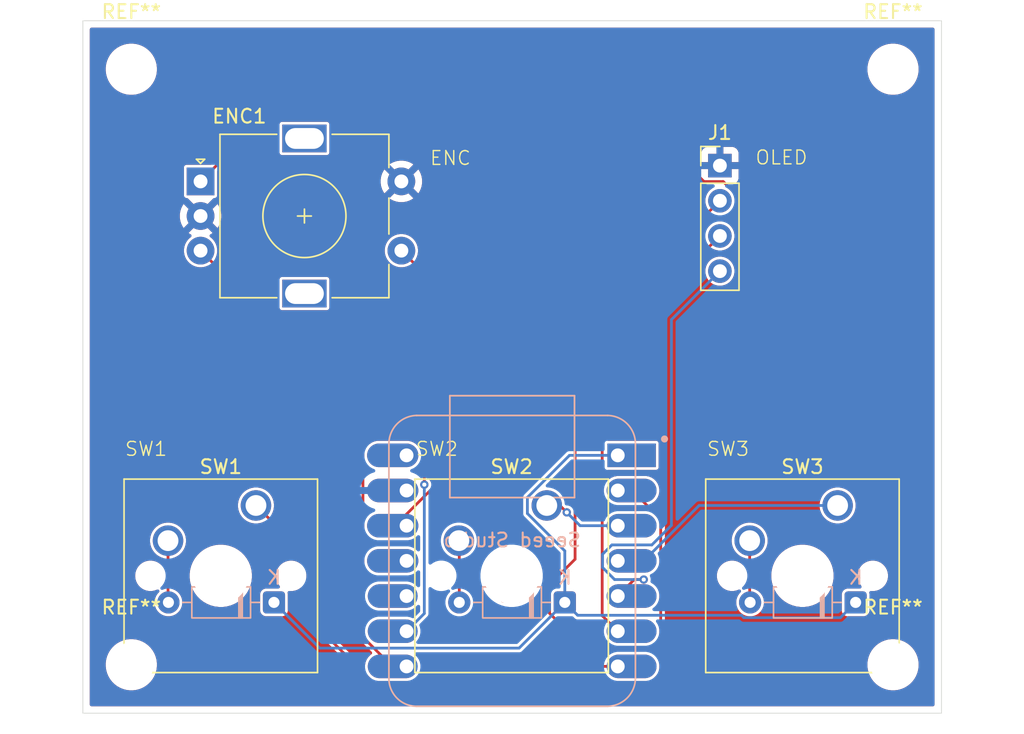
<source format=kicad_pcb>
(kicad_pcb (version 20241229) (generator "pcbnew") (generator_version "9.0")
  (layers (0 "F.Cu" signal) (2 "B.Cu" signal) (13 "F.Paste" user) (15 "B.Paste" user) (5 "F.SilkS" user "F.Silkscreen") (7 "B.SilkS" user "B.Silkscreen") (1 "F.Mask" user) (3 "B.Mask" user) (25 "Edge.Cuts" user))
  (net 0 "")
  (net 1 "Net-(D1-K)")
  (net 2 "Net-(D1-A)")
  (net 3 "Net-(D2-A)")
  (net 4 "Net-(D3-A)")
  (net 5 "Net-(U1-PB08_A6_D6_TX)")
  (net 6 "GND")
  (net 7 "Net-(U1-PB09_A7_D7_RX)")
  (net 8 "Net-(U1-PA7_A8_D8_SCK)")
  (net 9 "+3.3V")
  (net 10 "Net-(J1-Pin_4)")
  (net 11 "Net-(J1-Pin_3)")
  (net 12 "Net-(U1-PA4_A1_D1)")
  (net 13 "Net-(U1-PA10_A2_D2)")
  (net 14 "Net-(U1-PA11_A3_D3)")
  (footprint "MountingHole:MountingHole_3.2mm_M3" (layer "F.Cu") (at 58.5 46.5)
    (property "Reference" "REF**" (at 0 -4.15 0) (layer "F.SilkS"))
    (property "Value" "MountingHole_3.2mm_M3")
    (pad "" np_thru_hole circle (at 0 0) (size 3.2 3.2) (drill 3.2) (layers "*.Cu" "*.Mask"))
  )
  (footprint "Rotary_Encoder:RotaryEncoder_Alps_EC11E-Switch_Vertical_H20mm" (layer "F.Cu") (at 8.5 11.6)
    (property "Reference" "ENC1" (at 2.8 -4.7 0) (layer "F.SilkS"))
    (property "Value" "RotaryEncoder_Switch")
    (fp_line (start -0.3 -1.6) (end 0.3 -1.6) (stroke (width 0.12)) (layer "F.SilkS"))
    (fp_line (start 0 -1.3) (end -0.3 -1.6) (stroke (width 0.12)) (layer "F.SilkS"))
    (fp_line (start 0.3 -1.6) (end 0 -1.3) (stroke (width 0.12)) (layer "F.SilkS"))
    (fp_line (start 1.4 -3.4) (end 1.4 8.4) (stroke (width 0.12)) (layer "F.SilkS"))
    (fp_line (start 5.5 -3.4) (end 1.4 -3.4) (stroke (width 0.12)) (layer "F.SilkS"))
    (fp_line (start 5.5 8.4) (end 1.4 8.4) (stroke (width 0.12)) (layer "F.SilkS"))
    (fp_line (start 7 2.5) (end 8 2.5) (stroke (width 0.12)) (layer "F.SilkS"))
    (fp_line (start 7.5 2) (end 7.5 3) (stroke (width 0.12)) (layer "F.SilkS"))
    (fp_line (start 9.5 -3.4) (end 13.6 -3.4) (stroke (width 0.12)) (layer "F.SilkS"))
    (fp_line (start 13.6 -3.4) (end 13.6 -1) (stroke (width 0.12)) (layer "F.SilkS"))
    (fp_line (start 13.6 1.2) (end 13.6 3.8) (stroke (width 0.12)) (layer "F.SilkS"))
    (fp_line (start 13.6 6) (end 13.6 8.4) (stroke (width 0.12)) (layer "F.SilkS"))
    (fp_line (start 13.6 8.4) (end 9.5 8.4) (stroke (width 0.12)) (layer "F.SilkS"))
    (fp_circle (center 7.5 2.5) (end 10.5 2.5) (stroke (width 0.12)) (fill no) (layer "F.SilkS"))
    (pad "A" thru_hole rect (at 0 0) (size 2 2) (drill 1) (layers "*.Cu" "*.Mask") (net 5 "Net-(U1-PB08_A6_D6_TX)"))
    (pad "B" thru_hole circle (at 0 5) (size 2 2) (drill 1) (layers "*.Cu" "*.Mask") (net 7 "Net-(U1-PB09_A7_D7_RX)"))
    (pad "C" thru_hole circle (at 0 2.5) (size 2 2) (drill 1) (layers "*.Cu" "*.Mask") (net 6 "GND"))
    (pad "MP" thru_hole rect (at 7.5 -3.1) (size 3.2 2) (drill oval 2.8 1.5) (layers "*.Cu" "*.Mask"))
    (pad "MP" thru_hole rect (at 7.5 8.1) (size 3.2 2) (drill oval 2.8 1.5) (layers "*.Cu" "*.Mask"))
    (pad "S1" thru_hole circle (at 14.5 5) (size 2 2) (drill 1) (layers "*.Cu" "*.Mask") (net 8 "Net-(U1-PA7_A8_D8_SCK)"))
    (pad "S2" thru_hole circle (at 14.5 0) (size 2 2) (drill 1) (layers "*.Cu" "*.Mask") (net 6 "GND"))
  )
  (footprint "Button_Switch_Keyboard:SW_Cherry_MX_1.00u_PCB" (layer "F.Cu") (at 54.5 35)
    (property "Reference" "SW3" (at -2.54 -2.794 0) (layer "F.SilkS"))
    (property "Value" "SW_Push")
    (fp_line (start -9.525 -1.905) (end 4.445 -1.905) (stroke (width 0.12)) (layer "F.SilkS"))
    (fp_line (start -9.525 12.065) (end -9.525 -1.905) (stroke (width 0.12)) (layer "F.SilkS"))
    (fp_line (start 4.445 -1.905) (end 4.445 12.065) (stroke (width 0.12)) (layer "F.SilkS"))
    (fp_line (start 4.445 12.065) (end -9.525 12.065) (stroke (width 0.12)) (layer "F.SilkS"))
    (pad "" np_thru_hole circle (at -7.62 5.08) (size 1.7 1.7) (drill 1.7) (layers "*.Cu" "*.Mask"))
    (pad "" np_thru_hole circle (at -2.54 5.08) (size 4 4) (drill 4) (layers "*.Cu" "*.Mask"))
    (pad "" np_thru_hole circle (at 2.54 5.08) (size 1.7 1.7) (drill 1.7) (layers "*.Cu" "*.Mask"))
    (pad "1" thru_hole circle (at 0 0) (size 2.2 2.2) (drill 1.5) (layers "*.Cu" "*.Mask") (net 14 "Net-(U1-PA11_A3_D3)"))
    (pad "2" thru_hole circle (at -6.35 2.54) (size 2.2 2.2) (drill 1.5) (layers "*.Cu" "*.Mask") (net 4 "Net-(D3-A)"))
  )
  (footprint "Button_Switch_Keyboard:SW_Cherry_MX_1.00u_PCB" (layer "F.Cu") (at 12.5 35)
    (property "Reference" "SW1" (at -2.54 -2.794 0) (layer "F.SilkS"))
    (property "Value" "SW_Push")
    (fp_line (start -9.525 -1.905) (end 4.445 -1.905) (stroke (width 0.12)) (layer "F.SilkS"))
    (fp_line (start -9.525 12.065) (end -9.525 -1.905) (stroke (width 0.12)) (layer "F.SilkS"))
    (fp_line (start 4.445 -1.905) (end 4.445 12.065) (stroke (width 0.12)) (layer "F.SilkS"))
    (fp_line (start 4.445 12.065) (end -9.525 12.065) (stroke (width 0.12)) (layer "F.SilkS"))
    (pad "" np_thru_hole circle (at -7.62 5.08) (size 1.7 1.7) (drill 1.7) (layers "*.Cu" "*.Mask"))
    (pad "" np_thru_hole circle (at -2.54 5.08) (size 4 4) (drill 4) (layers "*.Cu" "*.Mask"))
    (pad "" np_thru_hole circle (at 2.54 5.08) (size 1.7 1.7) (drill 1.7) (layers "*.Cu" "*.Mask"))
    (pad "1" thru_hole circle (at 0 0) (size 2.2 2.2) (drill 1.5) (layers "*.Cu" "*.Mask") (net 12 "Net-(U1-PA4_A1_D1)"))
    (pad "2" thru_hole circle (at -6.35 2.54) (size 2.2 2.2) (drill 1.5) (layers "*.Cu" "*.Mask") (net 2 "Net-(D1-A)"))
  )
  (footprint "MountingHole:MountingHole_3.2mm_M3" (layer "F.Cu") (at 58.5 3.5)
    (property "Reference" "REF**" (at 0 -4.15 0) (layer "F.SilkS"))
    (property "Value" "MountingHole_3.2mm_M3")
    (pad "" np_thru_hole circle (at 0 0) (size 3.2 3.2) (drill 3.2) (layers "*.Cu" "*.Mask"))
  )
  (footprint "Button_Switch_Keyboard:SW_Cherry_MX_1.00u_PCB" (layer "F.Cu") (at 33.5 35)
    (property "Reference" "SW2" (at -2.54 -2.794 0) (layer "F.SilkS"))
    (property "Value" "SW_Push")
    (fp_line (start -9.525 -1.905) (end 4.445 -1.905) (stroke (width 0.12)) (layer "F.SilkS"))
    (fp_line (start -9.525 12.065) (end -9.525 -1.905) (stroke (width 0.12)) (layer "F.SilkS"))
    (fp_line (start 4.445 -1.905) (end 4.445 12.065) (stroke (width 0.12)) (layer "F.SilkS"))
    (fp_line (start 4.445 12.065) (end -9.525 12.065) (stroke (width 0.12)) (layer "F.SilkS"))
    (pad "" np_thru_hole circle (at -7.62 5.08) (size 1.7 1.7) (drill 1.7) (layers "*.Cu" "*.Mask"))
    (pad "" np_thru_hole circle (at -2.54 5.08) (size 4 4) (drill 4) (layers "*.Cu" "*.Mask"))
    (pad "" np_thru_hole circle (at 2.54 5.08) (size 1.7 1.7) (drill 1.7) (layers "*.Cu" "*.Mask"))
    (pad "1" thru_hole circle (at 0 0) (size 2.2 2.2) (drill 1.5) (layers "*.Cu" "*.Mask") (net 13 "Net-(U1-PA10_A2_D2)"))
    (pad "2" thru_hole circle (at -6.35 2.54) (size 2.2 2.2) (drill 1.5) (layers "*.Cu" "*.Mask") (net 3 "Net-(D2-A)"))
  )
  (footprint "Connector_PinHeader_2.54mm:PinHeader_1x04_P2.54mm_Vertical" (layer "F.Cu") (at 46 10.46)
    (property "Reference" "J1" (at 0 -2.38 0) (layer "F.SilkS"))
    (property "Value" "Conn_01x04")
    (fp_line (start -1.38 -1.38) (end 0 -1.38) (stroke (width 0.12)) (layer "F.SilkS"))
    (fp_line (start -1.38 0) (end -1.38 -1.38) (stroke (width 0.12)) (layer "F.SilkS"))
    (fp_line (start -1.38 1.27) (end -1.38 9) (stroke (width 0.12)) (layer "F.SilkS"))
    (fp_line (start -1.38 1.27) (end 1.38 1.27) (stroke (width 0.12)) (layer "F.SilkS"))
    (fp_line (start -1.38 9) (end 1.38 9) (stroke (width 0.12)) (layer "F.SilkS"))
    (fp_line (start 1.38 1.27) (end 1.38 9) (stroke (width 0.12)) (layer "F.SilkS"))
    (pad "1" thru_hole rect (at 0 0) (size 1.7 1.7) (drill 1) (layers "*.Cu" "*.Mask") (net 6 "GND"))
    (pad "2" thru_hole circle (at 0 2.54) (size 1.7 1.7) (drill 1) (layers "*.Cu" "*.Mask") (net 9 "+3.3V"))
    (pad "3" thru_hole circle (at 0 5.08) (size 1.7 1.7) (drill 1) (layers "*.Cu" "*.Mask") (net 11 "Net-(J1-Pin_3)"))
    (pad "4" thru_hole circle (at 0 7.62) (size 1.7 1.7) (drill 1) (layers "*.Cu" "*.Mask") (net 10 "Net-(J1-Pin_4)"))
  )
  (footprint "MountingHole:MountingHole_3.2mm_M3" (layer "F.Cu") (at 3.5 46.5)
    (property "Reference" "REF**" (at 0 -4.15 0) (layer "F.SilkS"))
    (property "Value" "MountingHole_3.2mm_M3")
    (pad "" np_thru_hole circle (at 0 0) (size 3.2 3.2) (drill 3.2) (layers "*.Cu" "*.Mask"))
  )
  (footprint "MountingHole:MountingHole_3.2mm_M3" (layer "F.Cu") (at 3.5 3.5)
    (property "Reference" "REF**" (at 0 -4.15 0) (layer "F.SilkS"))
    (property "Value" "MountingHole_3.2mm_M3")
    (pad "" np_thru_hole circle (at 0 0) (size 3.2 3.2) (drill 3.2) (layers "*.Cu" "*.Mask"))
  )
  (footprint "Diode_THT:D_DO-35_SOD27_P7.62mm_Horizontal" (layer "B.Cu") (at 13.8 42 180)
    (property "Reference" "D1" (at 3.81 2.12 0) (layer "B.SilkS") (effects (justify mirror)))
    (property "Value" "D")
    (fp_line (start 6.58 0) (end 5.93 0) (stroke (width 0.12)) (layer "B.SilkS"))
    (fp_line (start 2.53 1.12) (end 2.53 -1.12) (stroke (width 0.12)) (layer "B.SilkS"))
    (fp_line (start 2.41 1.12) (end 2.41 -1.12) (stroke (width 0.12)) (layer "B.SilkS"))
    (fp_line (start 2.29 1.12) (end 2.29 -1.12) (stroke (width 0.12)) (layer "B.SilkS"))
    (fp_line (start 1.04 0) (end 1.69 0) (stroke (width 0.12)) (layer "B.SilkS"))
    (fp_rect (start 1.69 1.12) (end 5.93 -1.12) (stroke (width 0.12)) (fill no) (layer "B.SilkS"))
    (fp_text user "K" (at 0 1.8 0) (layer "B.SilkS") (effects (justify mirror)))
    (pad "1" thru_hole roundrect (at 0 0 180) (size 1.6 1.6) (drill 0.8) (layers "*.Cu" "*.Mask") (roundrect_rratio 0.15625) (net 1 "Net-(D1-K)"))
    (pad "2" thru_hole circle (at 7.62 0 180) (size 1.6 1.6) (drill 0.8) (layers "*.Cu" "*.Mask") (net 2 "Net-(D1-A)"))
  )
  (footprint "Diode_THT:D_DO-35_SOD27_P7.62mm_Horizontal" (layer "B.Cu") (at 55.8 42 180)
    (property "Reference" "D3" (at 3.81 2.12 0) (layer "B.SilkS") (effects (justify mirror)))
    (property "Value" "D")
    (fp_line (start 6.58 0) (end 5.93 0) (stroke (width 0.12)) (layer "B.SilkS"))
    (fp_line (start 2.53 1.12) (end 2.53 -1.12) (stroke (width 0.12)) (layer "B.SilkS"))
    (fp_line (start 2.41 1.12) (end 2.41 -1.12) (stroke (width 0.12)) (layer "B.SilkS"))
    (fp_line (start 2.29 1.12) (end 2.29 -1.12) (stroke (width 0.12)) (layer "B.SilkS"))
    (fp_line (start 1.04 0) (end 1.69 0) (stroke (width 0.12)) (layer "B.SilkS"))
    (fp_rect (start 1.69 1.12) (end 5.93 -1.12) (stroke (width 0.12)) (fill no) (layer "B.SilkS"))
    (fp_text user "K" (at 0 1.8 0) (layer "B.SilkS") (effects (justify mirror)))
    (pad "1" thru_hole roundrect (at 0 0 180) (size 1.6 1.6) (drill 0.8) (layers "*.Cu" "*.Mask") (roundrect_rratio 0.15625) (net 1 "Net-(D1-K)"))
    (pad "2" thru_hole circle (at 7.62 0 180) (size 1.6 1.6) (drill 0.8) (layers "*.Cu" "*.Mask") (net 4 "Net-(D3-A)"))
  )
  (footprint "footprints:XIAO-Generic-Hybrid-14P-2.54-21X17.8MM" (layer "B.Cu") (at 31 39 180)
    (property "Reference" "U1" (at 0 -2.54 0) (layer "B.SilkS") (effects (font (size 0.889 0.889) (thickness 0.1016)) (justify mirror)))
    (property "Value" "MOUDLE-SEEEDUINO-XIAO" (hide yes))
    (fp_line (start 8.9 -8.5) (end 8.9 8.5) (stroke (width 0.127)) (layer "B.SilkS"))
    (fp_line (start 6.9 10.49909) (end -6.9 10.49909) (stroke (width 0.127)) (layer "B.SilkS"))
    (fp_line (start 4.5 11.92403) (end 4.5 4.57073) (stroke (width 0.127)) (layer "B.SilkS"))
    (fp_line (start 4.5 4.57073) (end -4.5 4.57073) (stroke (width 0.127)) (layer "B.SilkS"))
    (fp_line (start -4.5 11.92403) (end 4.5 11.92403) (stroke (width 0.127)) (layer "B.SilkS"))
    (fp_line (start -4.5 4.57073) (end -4.5 11.92403) (stroke (width 0.127)) (layer "B.SilkS"))
    (fp_line (start -6.9 -10.5) (end 6.9 -10.5) (stroke (width 0.127)) (layer "B.SilkS"))
    (fp_line (start -8.9 8.5) (end -8.9 -8.5) (stroke (width 0.127)) (layer "B.SilkS"))
    (fp_arc (start 8.9 8.5) (mid 8.301492 9.901492) (end 6.9 10.5) (stroke (width 0.12)) (layer "B.SilkS"))
    (fp_arc (start 6.9 -10.5) (mid 8.314214 -9.914214) (end 8.9 -8.5) (stroke (width 0.12)) (layer "B.SilkS"))
    (fp_arc (start -6.9 10.5) (mid -8.301491 9.901491) (end -8.9 8.5) (stroke (width 0.12)) (layer "B.SilkS"))
    (fp_arc (start -8.9 -8.5) (mid -8.301423 -9.901423) (end -6.9 -10.5) (stroke (width 0.12)) (layer "B.SilkS"))
    (fp_circle (center -11 8.8) (end -11 9.054) (fill yes) (layer "B.SilkS"))
    (fp_poly (pts (xy -8.887715 8.561705) (xy -8.884667 8.610473) (xy -8.880603 8.659494)) (stroke (width 0.0254)) (fill no) (layer "B.SilkS"))
    (fp_poly (pts (xy 8.889492 -8.521574) (xy 8.887713 -8.57085) (xy 8.884665 -8.619618) (xy 8.880601 -8.668639) (xy 8.875268 -8.717407) (xy 8.868664 -8.766175) (xy 8.861044 -8.81469) (xy 8.852153 -8.86295) (xy 8.842248 -8.910955)) (stroke (width 0.0254)) (fill no) (layer "B.SilkS"))
    (fp_text user "XIAO" (at 0 -0.5 0) (layer "B.SilkS") (effects (justify mirror)))
    (fp_text user "Seeed Studio" (at 0 1.5 0) (layer "B.SilkS") (effects (justify mirror)))
    (pad "1" thru_hole rect (at -7.625 7.62 180) (size 3.5 1.7) (drill 1 (offset -1 0)) (layers "*.Cu" "*.Mask") (net 1 "Net-(D1-K)"))
    (pad "2" thru_hole oval (at -7.625 5.08 180) (size 3.6 1.7) (drill 1 (offset -1 0)) (layers "*.Cu" "*.Mask") (net 12 "Net-(U1-PA4_A1_D1)"))
    (pad "3" thru_hole oval (at -7.625 2.54 180) (size 3.6 1.7) (drill 1 (offset -1 0)) (layers "*.Cu" "*.Mask") (net 13 "Net-(U1-PA10_A2_D2)"))
    (pad "4" thru_hole oval (at -7.625 0 180) (size 3.6 1.7) (drill 1 (offset -1 0)) (layers "*.Cu" "*.Mask") (net 14 "Net-(U1-PA11_A3_D3)"))
    (pad "5" thru_hole oval (at -7.625 -2.54 180) (size 3.6 1.7) (drill 1 (offset -1 0)) (layers "*.Cu" "*.Mask") (net 10 "Net-(J1-Pin_4)"))
    (pad "6" thru_hole oval (at -7.625 -5.08) (size 3.6 1.7) (drill 1 (offset 1 0)) (layers "*.Cu" "*.Mask") (net 11 "Net-(J1-Pin_3)"))
    (pad "7" thru_hole oval (at -7.625 -7.62 180) (size 3.6 1.7) (drill 1 (offset -1 0)) (layers "*.Cu" "*.Mask") (net 5 "Net-(U1-PB08_A6_D6_TX)"))
    (pad "8" thru_hole oval (at 7.625 -7.62 180) (size 3.6 1.7) (drill 1 (offset 1 0)) (layers "*.Cu" "*.Mask") (net 7 "Net-(U1-PB09_A7_D7_RX)"))
    (pad "9" thru_hole oval (at 7.625 -5.08 180) (size 3.6 1.7) (drill 1 (offset 1 0)) (layers "*.Cu" "*.Mask") (net 8 "Net-(U1-PA7_A8_D8_SCK)"))
    (pad "10" thru_hole oval (at 7.625 -2.54 180) (size 3.6 1.7) (drill 1 (offset 1 0)) (layers "*.Cu" "*.Mask"))
    (pad "11" thru_hole oval (at 7.625 0 180) (size 3.7 1.7) (drill 1 (offset 1 0)) (layers "*.Cu" "*.Mask"))
    (pad "12" thru_hole oval (at 7.625 2.54 180) (size 3.7 1.7) (drill 1 (offset 1 0)) (layers "*.Cu" "*.Mask") (net 9 "+3.3V"))
    (pad "13" thru_hole oval (at 7.625 5.08 180) (size 3.7 1.7) (drill 1 (offset 1 0)) (layers "*.Cu" "*.Mask") (net 6 "GND"))
    (pad "14" thru_hole oval (at 7.625 7.62 180) (size 3.7 1.7) (drill 1 (offset 1 0)) (layers "*.Cu" "*.Mask"))
  )
  (footprint "Diode_THT:D_DO-35_SOD27_P7.62mm_Horizontal" (layer "B.Cu") (at 34.8 42 180)
    (property "Reference" "D2" (at 3.81 2.12 0) (layer "B.SilkS") (effects (justify mirror)))
    (property "Value" "D")
    (fp_line (start 6.58 0) (end 5.93 0) (stroke (width 0.12)) (layer "B.SilkS"))
    (fp_line (start 2.53 1.12) (end 2.53 -1.12) (stroke (width 0.12)) (layer "B.SilkS"))
    (fp_line (start 2.41 1.12) (end 2.41 -1.12) (stroke (width 0.12)) (layer "B.SilkS"))
    (fp_line (start 2.29 1.12) (end 2.29 -1.12) (stroke (width 0.12)) (layer "B.SilkS"))
    (fp_line (start 1.04 0) (end 1.69 0) (stroke (width 0.12)) (layer "B.SilkS"))
    (fp_rect (start 1.69 1.12) (end 5.93 -1.12) (stroke (width 0.12)) (fill no) (layer "B.SilkS"))
    (fp_text user "K" (at 0 1.8 0) (layer "B.SilkS") (effects (justify mirror)))
    (pad "1" thru_hole roundrect (at 0 0 180) (size 1.6 1.6) (drill 0.8) (layers "*.Cu" "*.Mask") (roundrect_rratio 0.15625) (net 1 "Net-(D1-K)"))
    (pad "2" thru_hole circle (at 7.62 0 180) (size 1.6 1.6) (drill 0.8) (layers "*.Cu" "*.Mask") (net 3 "Net-(D2-A)"))
  )
  (gr_rect (start 0 0) (end 62 50) (stroke (width 0.05)) (fill no) (layer "Edge.Cuts"))
  (gr_text "SW3" (at 45 31.5 0) (layer "F.SilkS") (effects (font (size 1 1) (thickness 0.1)) (justify left bottom)))
  (gr_text "OLED" (at 48.5 10.46 0) (layer "F.SilkS") (effects (font (size 1 1) (thickness 0.1)) (justify left bottom)))
  (gr_text "ENC" (at 25 10.5 0) (layer "F.SilkS") (effects (font (size 1 1) (thickness 0.1)) (justify left bottom)))
  (gr_text "SW1" (at 2.975 31.5 0) (layer "F.SilkS") (effects (font (size 1 1) (thickness 0.1)) (justify left bottom)))
  (gr_text "SW2" (at 23.975 31.5 0) (layer "F.SilkS") (effects (font (size 1 1) (thickness 0.1)) (justify left bottom)))
  (segment (start 13.8 42) (end 17.1 45.3) (width 0.2) (layer "B.Cu") (net 1))
  (segment (start 34.8 38.281314) (end 32.099 35.580314) (width 0.2) (layer "B.Cu") (net 1))
  (segment (start 34.8 42) (end 35.729 42.929) (width 0.2) (layer "B.Cu") (net 1))
  (segment (start 35.138686 31.38) (end 38.625 31.38) (width 0.2) (layer "B.Cu") (net 1))
  (segment (start 47.72395 43.101) (end 54.699 43.101) (width 0.2) (layer "B.Cu") (net 1))
  (segment (start 35.729 42.929) (end 47.55195 42.929) (width 0.2) (layer "B.Cu") (net 1))
  (segment (start 32.099 35.580314) (end 32.099 34.419686) (width 0.2) (layer "B.Cu") (net 1))
  (segment (start 34.8 42) (end 34.8 38.281314) (width 0.2) (layer "B.Cu") (net 1))
  (segment (start 17.1 45.3) (end 31.5 45.3) (width 0.2) (layer "B.Cu") (net 1))
  (segment (start 54.699 43.101) (end 55.8 42) (width 0.2) (layer "B.Cu") (net 1))
  (segment (start 47.55195 42.929) (end 47.72395 43.101) (width 0.2) (layer "B.Cu") (net 1))
  (segment (start 32.099 34.419686) (end 35.138686 31.38) (width 0.2) (layer "B.Cu") (net 1))
  (segment (start 31.5 45.3) (end 34.8 42) (width 0.2) (layer "B.Cu") (net 1))
  (segment (start 6.15 41.97) (end 6.18 42) (width 0.2) (layer "F.Cu") (net 2))
  (segment (start 6.15 37.54) (end 6.15 41.97) (width 0.2) (layer "F.Cu") (net 2))
  (segment (start 27.15 37.54) (end 27.18 37.57) (width 0.2) (layer "F.Cu") (net 3))
  (segment (start 27.18 37.57) (end 27.18 42) (width 0.2) (layer "F.Cu") (net 3))
  (segment (start 48.15 37.54) (end 48.15 41.97) (width 0.2) (layer "F.Cu") (net 4))
  (segment (start 48.15 41.97) (end 48.18 42) (width 0.2) (layer "F.Cu") (net 4))
  (segment (start 8.5 11.6) (end 14.649 5.451) (width 0.2) (layer "F.Cu") (net 5))
  (segment (start 35.54253 38.879) (end 33.699 40.72253) (width 0.2) (layer "F.Cu") (net 5))
  (segment (start 44.849 11.611) (end 46.23876 11.611) (width 0.2) (layer "F.Cu") (net 5))
  (segment (start 37.53384 46.62) (end 38.625 46.62) (width 0.2) (layer "F.Cu") (net 5))
  (segment (start 38.689 5.451) (end 44.849 11.611) (width 0.2) (layer "F.Cu") (net 5))
  (segment (start 45.52324 14.389) (end 35.54253 24.36971) (width 0.2) (layer "F.Cu") (net 5))
  (segment (start 47.151 13.71476) (end 46.47676 14.389) (width 0.2) (layer "F.Cu") (net 5))
  (segment (start 35.54253 24.36971) (end 35.54253 38.879) (width 0.2) (layer "F.Cu") (net 5))
  (segment (start 14.649 5.451) (end 38.689 5.451) (width 0.2) (layer "F.Cu") (net 5))
  (segment (start 46.23876 11.611) (end 47.151 12.52324) (width 0.2) (layer "F.Cu") (net 5))
  (segment (start 33.699 42.78516) (end 37.53384 46.62) (width 0.2) (layer "F.Cu") (net 5))
  (segment (start 46.47676 14.389) (end 45.52324 14.389) (width 0.2) (layer "F.Cu") (net 5))
  (segment (start 47.151 12.52324) (end 47.151 13.71476) (width 0.2) (layer "F.Cu") (net 5))
  (segment (start 33.699 40.72253) (end 33.699 42.78516) (width 0.2) (layer "F.Cu") (net 5))
  (segment (start 22.33724 46.62) (end 23.375 46.62) (width 0.2) (layer "F.Cu") (net 7))
  (segment (start 8.5 16.6) (end 20.224 28.324) (width 0.2) (layer "F.Cu") (net 7))
  (segment (start 20.224 44.50676) (end 22.33724 46.62) (width 0.2) (layer "F.Cu") (net 7))
  (segment (start 20.224 28.324) (end 20.224 44.50676) (width 0.2) (layer "F.Cu") (net 7))
  (segment (start 23 16.6) (end 24.656386 18.256386) (width 0.2) (layer "F.Cu") (net 8))
  (segment (start 24.656386 18.256386) (end 24.656386 33.495087) (width 0.2) (layer "F.Cu") (net 8))
  (via (at 24.656386 33.495087) (size 0.6) (drill 0.3) (layers "F.Cu" "B.Cu") (net 8))
  (segment (start 24.656386 33.495087) (end 24.656386 42.798614) (width 0.2) (layer "B.Cu") (net 8))
  (segment (start 24.656386 42.798614) (end 23.375 44.08) (width 0.2) (layer "B.Cu") (net 8))
  (segment (start 23.375 35.625) (end 23.375 36.46) (width 0.2) (layer "F.Cu") (net 9))
  (segment (start 46 13) (end 23.375 35.625) (width 0.2) (layer "F.Cu") (net 9))
  (segment (start 39.815 40.35) (end 40.5 40.35) (width 0.2) (layer "F.Cu") (net 10))
  (segment (start 38.625 41.54) (end 39.815 40.35) (width 0.2) (layer "F.Cu") (net 10))
  (via (at 40.5 40.35) (size 0.6) (drill 0.3) (layers "F.Cu" "B.Cu") (net 10))
  (segment (start 38.39724 40.35) (end 37.524 39.47676) (width 0.2) (layer "B.Cu") (net 10))
  (segment (start 41.0839 37.849) (end 42.5 36.4329) (width 0.2) (layer "B.Cu") (net 10))
  (segment (start 40.5 40.35) (end 38.39724 40.35) (width 0.2) (layer "B.Cu") (net 10))
  (segment (start 42.5 36.4329) (end 42.5 21.58) (width 0.2) (layer "B.Cu") (net 10))
  (segment (start 37.524 39.47676) (end 37.524 38.52324) (width 0.2) (layer "B.Cu") (net 10))
  (segment (start 38.19824 37.849) (end 41.0839 37.849) (width 0.2) (layer "B.Cu") (net 10))
  (segment (start 37.524 38.52324) (end 38.19824 37.849) (width 0.2) (layer "B.Cu") (net 10))
  (segment (start 42.5 21.58) (end 46 18.08) (width 0.2) (layer "B.Cu") (net 10))
  (segment (start 37.5 42.955) (end 38.625 44.08) (width 0.2) (layer "F.Cu") (net 11))
  (segment (start 46 15.54) (end 37.5 24.04) (width 0.2) (layer "F.Cu") (net 11))
  (segment (start 37.5 24.04) (end 37.5 42.955) (width 0.2) (layer "F.Cu") (net 11))
  (segment (start 41.726 35.98324) (end 41.726 47.09676) (width 0.2) (layer "F.Cu") (net 12))
  (segment (start 38.625 33.92) (end 39.66276 33.92) (width 0.2) (layer "F.Cu") (net 12))
  (segment (start 16.241 43.06376) (end 16.241 38.741) (width 0.2) (layer "F.Cu") (net 12))
  (segment (start 41.05176 47.771) (end 20.94824 47.771) (width 0.2) (layer "F.Cu") (net 12))
  (segment (start 39.66276 33.92) (end 41.726 35.98324) (width 0.2) (layer "F.Cu") (net 12))
  (segment (start 16.241 38.741) (end 12.5 35) (width 0.2) (layer "F.Cu") (net 12))
  (segment (start 41.726 47.09676) (end 41.05176 47.771) (width 0.2) (layer "F.Cu") (net 12))
  (segment (start 20.94824 47.771) (end 16.241 43.06376) (width 0.2) (layer "F.Cu") (net 12))
  (segment (start 33.5 35) (end 34.44253 35) (width 0.2) (layer "F.Cu") (net 13))
  (segment (start 34.44253 35) (end 34.94253 35.5) (width 0.2) (layer "F.Cu") (net 13))
  (via (at 34.94253 35.5) (size 0.6) (drill 0.3) (layers "F.Cu" "B.Cu") (net 13))
  (segment (start 34.94253 35.5) (end 35.90253 36.46) (width 0.2) (layer "B.Cu") (net 13))
  (segment (start 35.90253 36.46) (end 38.625 36.46) (width 0.2) (layer "B.Cu") (net 13))
  (segment (start 41 38.5) (end 44.5 35) (width 0.2) (layer "B.Cu") (net 14))
  (segment (start 44.5 35) (end 54.5 35) (width 0.2) (layer "B.Cu") (net 14))
  (zone (net 6) (net_name "GND") (layer "F.Cu") (connect_pads (clearance 0.2)) (min_thickness 0.25) (fill yes (thermal_gap 0.5) (thermal_bridge_width 0.5))
    (polygon (pts (xy 0 0) (xy 62 0) (xy 62 50) (xy 0 50)))
  )
  (zone (net 6) (net_name "GND") (layer "B.Cu") (priority 1) (connect_pads (clearance 0.2)) (min_thickness 0.25) (fill yes (thermal_gap 0.5) (thermal_bridge_width 0.5))
    (polygon (pts (xy 0 0) (xy 62 0) (xy 62 50) (xy 0 50)))
  )
)
</source>
